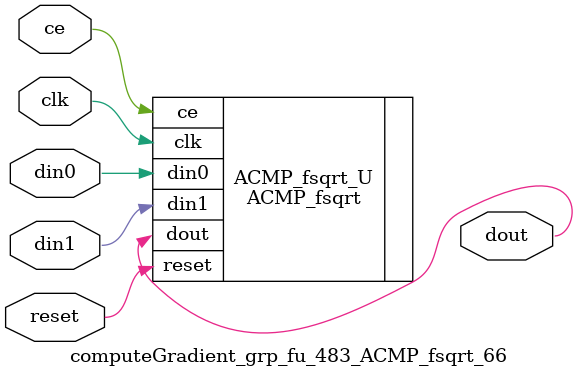
<source format=v>

`timescale 1 ns / 1 ps
module computeGradient_grp_fu_483_ACMP_fsqrt_66(
    clk,
    reset,
    ce,
    din0,
    din1,
    dout);

parameter ID = 32'd1;
parameter NUM_STAGE = 32'd1;
parameter din0_WIDTH = 32'd1;
parameter din1_WIDTH = 32'd1;
parameter dout_WIDTH = 32'd1;
input clk;
input reset;
input ce;
input[din0_WIDTH - 1:0] din0;
input[din1_WIDTH - 1:0] din1;
output[dout_WIDTH - 1:0] dout;



ACMP_fsqrt #(
.ID( ID ),
.NUM_STAGE( 8 ),
.din0_WIDTH( din0_WIDTH ),
.din1_WIDTH( din1_WIDTH ),
.dout_WIDTH( dout_WIDTH ))
ACMP_fsqrt_U(
    .clk( clk ),
    .reset( reset ),
    .ce( ce ),
    .din0( din0 ),
    .din1( din1 ),
    .dout( dout ));

endmodule

</source>
